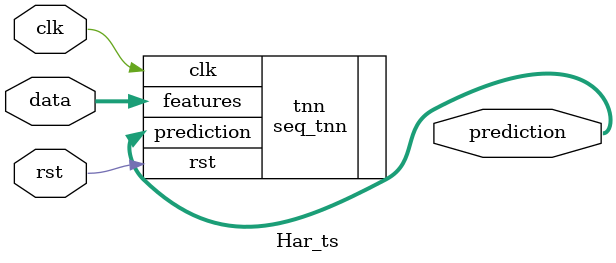
<source format=v>












module Har_ts #(

parameter FEAT_CNT = 12,
parameter HIDDEN_CNT = 40,
parameter FEAT_BITS = 4,
parameter CLASS_CNT = 6,
parameter TEST_CNT = 5




  ) (
  input clk,
  input rst,
  input [FEAT_CNT*FEAT_BITS-1:0] data,
  output [$clog2(CLASS_CNT)-1:0] prediction
  );

  seq_tnn #(
      .FEAT_CNT(FEAT_CNT),.FEAT_BITS(FEAT_BITS),.HIDDEN_CNT(HIDDEN_CNT),.CLASS_CNT(CLASS_CNT),
  .SPARSE_VALS(480'b000001000100011011010000000001110000000111000001010001010000000001010001111110000001011100010010000000010010000010000000010110100011000110100000110101110000100100000000000010000000100001000100011100100100010011001000001100100000100000000000100011010000101000010100111001000100010000001100000111100000010110001000011001011100110100100000110110000000001100000010010001100110100000101000110100000001000010000000000001100001001100100000001100011000001101001000001110011000000000100000),
  .MASK(480'b100101010100111111110001010011110111111111000011111001010101100011110111111110000101011111110010000100010110011011000100110110111111011110110100111101111110100110110001001010000000101101110101111110110101010111101101001100100000100111001100100011010100101001010100111101010111010011001101010111100001011111101101011001011100111100100000111110101000101100010011110111110110110011101111110110101001010110001000110101111001101100100000101110011011101101011101111110011100110011110011),
  .NONZERO_CNT(640'h0a0702070707060b050a0705070806060606060a0604060707090705060806080809080806060408),
  .SPARSE_VALS2(89'b10010110011111001000011111001110110110101011011001101110001000101101101100100001101100111),  // Bits of not-zeroes
  .COL_INDICES(712'h272623201d1b1a1712110d0b03002623201f1d19120e0c0b0805042622201f1d18151211100b04010021201b1a1918161512110d0a060100242322211f1d18161412100e0c0b0a06052422201e1c1a1918161411100e0d0a06), // Column of non-zeros
  .ROW_PTRS(56'h594b3e30211000) // Column of non-zeros // Start indices per row
      ) tnn (
    .clk(clk),
    .rst(rst),
    .features(data),
    .prediction(prediction)
  );

endmodule

</source>
